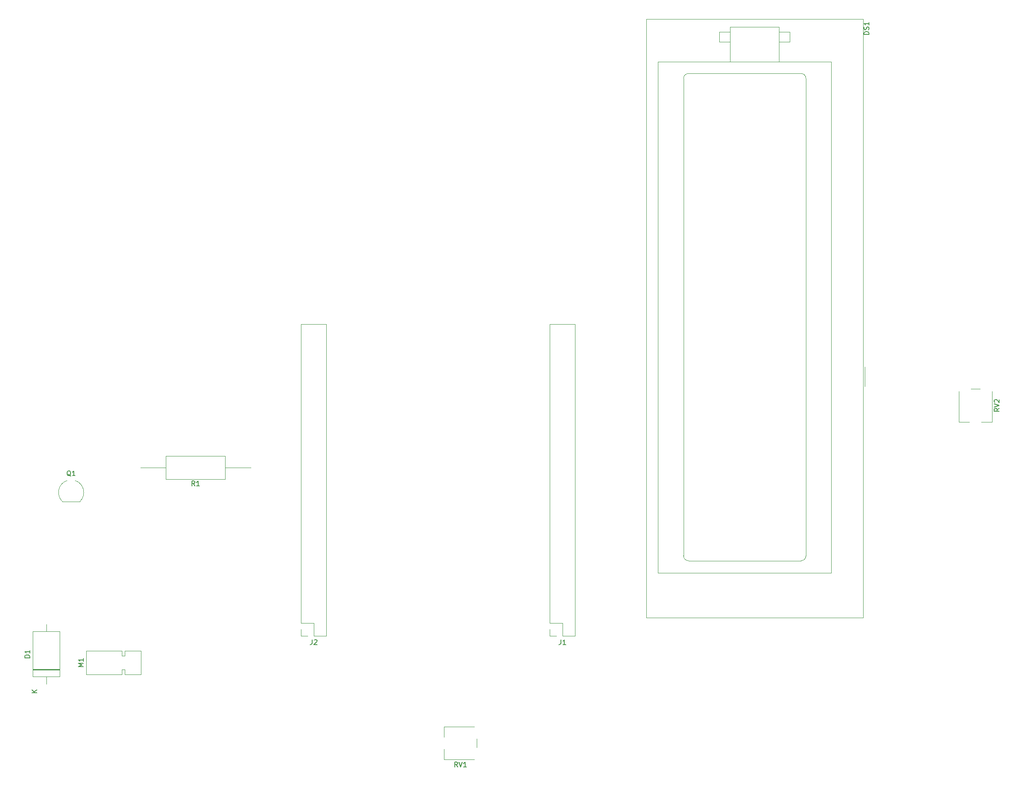
<source format=gbr>
%TF.GenerationSoftware,KiCad,Pcbnew,(7.0.0)*%
%TF.CreationDate,2023-06-01T08:47:22-06:00*%
%TF.ProjectId,ENCE 3231 final project,454e4345-2033-4323-9331-2066696e616c,rev?*%
%TF.SameCoordinates,Original*%
%TF.FileFunction,Legend,Top*%
%TF.FilePolarity,Positive*%
%FSLAX46Y46*%
G04 Gerber Fmt 4.6, Leading zero omitted, Abs format (unit mm)*
G04 Created by KiCad (PCBNEW (7.0.0)) date 2023-06-01 08:47:22*
%MOMM*%
%LPD*%
G01*
G04 APERTURE LIST*
%ADD10C,0.150000*%
%ADD11C,0.120000*%
G04 APERTURE END LIST*
D10*
%TO.C,DS1*%
X195924880Y-35974285D02*
X194924880Y-35974285D01*
X194924880Y-35974285D02*
X194924880Y-35736190D01*
X194924880Y-35736190D02*
X194972500Y-35593333D01*
X194972500Y-35593333D02*
X195067738Y-35498095D01*
X195067738Y-35498095D02*
X195162976Y-35450476D01*
X195162976Y-35450476D02*
X195353452Y-35402857D01*
X195353452Y-35402857D02*
X195496309Y-35402857D01*
X195496309Y-35402857D02*
X195686785Y-35450476D01*
X195686785Y-35450476D02*
X195782023Y-35498095D01*
X195782023Y-35498095D02*
X195877261Y-35593333D01*
X195877261Y-35593333D02*
X195924880Y-35736190D01*
X195924880Y-35736190D02*
X195924880Y-35974285D01*
X195877261Y-35021904D02*
X195924880Y-34879047D01*
X195924880Y-34879047D02*
X195924880Y-34640952D01*
X195924880Y-34640952D02*
X195877261Y-34545714D01*
X195877261Y-34545714D02*
X195829642Y-34498095D01*
X195829642Y-34498095D02*
X195734404Y-34450476D01*
X195734404Y-34450476D02*
X195639166Y-34450476D01*
X195639166Y-34450476D02*
X195543928Y-34498095D01*
X195543928Y-34498095D02*
X195496309Y-34545714D01*
X195496309Y-34545714D02*
X195448690Y-34640952D01*
X195448690Y-34640952D02*
X195401071Y-34831428D01*
X195401071Y-34831428D02*
X195353452Y-34926666D01*
X195353452Y-34926666D02*
X195305833Y-34974285D01*
X195305833Y-34974285D02*
X195210595Y-35021904D01*
X195210595Y-35021904D02*
X195115357Y-35021904D01*
X195115357Y-35021904D02*
X195020119Y-34974285D01*
X195020119Y-34974285D02*
X194972500Y-34926666D01*
X194972500Y-34926666D02*
X194924880Y-34831428D01*
X194924880Y-34831428D02*
X194924880Y-34593333D01*
X194924880Y-34593333D02*
X194972500Y-34450476D01*
X195924880Y-33498095D02*
X195924880Y-34069523D01*
X195924880Y-33783809D02*
X194924880Y-33783809D01*
X194924880Y-33783809D02*
X195067738Y-33879047D01*
X195067738Y-33879047D02*
X195162976Y-33974285D01*
X195162976Y-33974285D02*
X195210595Y-34069523D01*
%TO.C,RV2*%
X222552380Y-112355238D02*
X222076190Y-112688571D01*
X222552380Y-112926666D02*
X221552380Y-112926666D01*
X221552380Y-112926666D02*
X221552380Y-112545714D01*
X221552380Y-112545714D02*
X221600000Y-112450476D01*
X221600000Y-112450476D02*
X221647619Y-112402857D01*
X221647619Y-112402857D02*
X221742857Y-112355238D01*
X221742857Y-112355238D02*
X221885714Y-112355238D01*
X221885714Y-112355238D02*
X221980952Y-112402857D01*
X221980952Y-112402857D02*
X222028571Y-112450476D01*
X222028571Y-112450476D02*
X222076190Y-112545714D01*
X222076190Y-112545714D02*
X222076190Y-112926666D01*
X221552380Y-112069523D02*
X222552380Y-111736190D01*
X222552380Y-111736190D02*
X221552380Y-111402857D01*
X221647619Y-111117142D02*
X221600000Y-111069523D01*
X221600000Y-111069523D02*
X221552380Y-110974285D01*
X221552380Y-110974285D02*
X221552380Y-110736190D01*
X221552380Y-110736190D02*
X221600000Y-110640952D01*
X221600000Y-110640952D02*
X221647619Y-110593333D01*
X221647619Y-110593333D02*
X221742857Y-110545714D01*
X221742857Y-110545714D02*
X221838095Y-110545714D01*
X221838095Y-110545714D02*
X221980952Y-110593333D01*
X221980952Y-110593333D02*
X222552380Y-111164761D01*
X222552380Y-111164761D02*
X222552380Y-110545714D01*
%TO.C,M1*%
X35522380Y-165109523D02*
X34522380Y-165109523D01*
X34522380Y-165109523D02*
X35236666Y-164776190D01*
X35236666Y-164776190D02*
X34522380Y-164442857D01*
X34522380Y-164442857D02*
X35522380Y-164442857D01*
X35522380Y-163442857D02*
X35522380Y-164014285D01*
X35522380Y-163728571D02*
X34522380Y-163728571D01*
X34522380Y-163728571D02*
X34665238Y-163823809D01*
X34665238Y-163823809D02*
X34760476Y-163919047D01*
X34760476Y-163919047D02*
X34808095Y-164014285D01*
%TO.C,D1*%
X24537380Y-163298094D02*
X23537380Y-163298094D01*
X23537380Y-163298094D02*
X23537380Y-163059999D01*
X23537380Y-163059999D02*
X23585000Y-162917142D01*
X23585000Y-162917142D02*
X23680238Y-162821904D01*
X23680238Y-162821904D02*
X23775476Y-162774285D01*
X23775476Y-162774285D02*
X23965952Y-162726666D01*
X23965952Y-162726666D02*
X24108809Y-162726666D01*
X24108809Y-162726666D02*
X24299285Y-162774285D01*
X24299285Y-162774285D02*
X24394523Y-162821904D01*
X24394523Y-162821904D02*
X24489761Y-162917142D01*
X24489761Y-162917142D02*
X24537380Y-163059999D01*
X24537380Y-163059999D02*
X24537380Y-163298094D01*
X24537380Y-161774285D02*
X24537380Y-162345713D01*
X24537380Y-162059999D02*
X23537380Y-162059999D01*
X23537380Y-162059999D02*
X23680238Y-162155237D01*
X23680238Y-162155237D02*
X23775476Y-162250475D01*
X23775476Y-162250475D02*
X23823095Y-162345713D01*
X26007380Y-170441904D02*
X25007380Y-170441904D01*
X26007380Y-169870476D02*
X25435952Y-170299047D01*
X25007380Y-169870476D02*
X25578809Y-170441904D01*
%TO.C,J2*%
X82216666Y-159617380D02*
X82216666Y-160331666D01*
X82216666Y-160331666D02*
X82169047Y-160474523D01*
X82169047Y-160474523D02*
X82073809Y-160569761D01*
X82073809Y-160569761D02*
X81930952Y-160617380D01*
X81930952Y-160617380D02*
X81835714Y-160617380D01*
X82645238Y-159712619D02*
X82692857Y-159665000D01*
X82692857Y-159665000D02*
X82788095Y-159617380D01*
X82788095Y-159617380D02*
X83026190Y-159617380D01*
X83026190Y-159617380D02*
X83121428Y-159665000D01*
X83121428Y-159665000D02*
X83169047Y-159712619D01*
X83169047Y-159712619D02*
X83216666Y-159807857D01*
X83216666Y-159807857D02*
X83216666Y-159903095D01*
X83216666Y-159903095D02*
X83169047Y-160045952D01*
X83169047Y-160045952D02*
X82597619Y-160617380D01*
X82597619Y-160617380D02*
X83216666Y-160617380D01*
%TO.C,Q1*%
X32924761Y-126202619D02*
X32829523Y-126155000D01*
X32829523Y-126155000D02*
X32734285Y-126059761D01*
X32734285Y-126059761D02*
X32591428Y-125916904D01*
X32591428Y-125916904D02*
X32496190Y-125869285D01*
X32496190Y-125869285D02*
X32400952Y-125869285D01*
X32448571Y-126107380D02*
X32353333Y-126059761D01*
X32353333Y-126059761D02*
X32258095Y-125964523D01*
X32258095Y-125964523D02*
X32210476Y-125774047D01*
X32210476Y-125774047D02*
X32210476Y-125440714D01*
X32210476Y-125440714D02*
X32258095Y-125250238D01*
X32258095Y-125250238D02*
X32353333Y-125155000D01*
X32353333Y-125155000D02*
X32448571Y-125107380D01*
X32448571Y-125107380D02*
X32639047Y-125107380D01*
X32639047Y-125107380D02*
X32734285Y-125155000D01*
X32734285Y-125155000D02*
X32829523Y-125250238D01*
X32829523Y-125250238D02*
X32877142Y-125440714D01*
X32877142Y-125440714D02*
X32877142Y-125774047D01*
X32877142Y-125774047D02*
X32829523Y-125964523D01*
X32829523Y-125964523D02*
X32734285Y-126059761D01*
X32734285Y-126059761D02*
X32639047Y-126107380D01*
X32639047Y-126107380D02*
X32448571Y-126107380D01*
X33829523Y-126107380D02*
X33258095Y-126107380D01*
X33543809Y-126107380D02*
X33543809Y-125107380D01*
X33543809Y-125107380D02*
X33448571Y-125250238D01*
X33448571Y-125250238D02*
X33353333Y-125345476D01*
X33353333Y-125345476D02*
X33258095Y-125393095D01*
%TO.C,R1*%
X58253333Y-128197380D02*
X57920000Y-127721190D01*
X57681905Y-128197380D02*
X57681905Y-127197380D01*
X57681905Y-127197380D02*
X58062857Y-127197380D01*
X58062857Y-127197380D02*
X58158095Y-127245000D01*
X58158095Y-127245000D02*
X58205714Y-127292619D01*
X58205714Y-127292619D02*
X58253333Y-127387857D01*
X58253333Y-127387857D02*
X58253333Y-127530714D01*
X58253333Y-127530714D02*
X58205714Y-127625952D01*
X58205714Y-127625952D02*
X58158095Y-127673571D01*
X58158095Y-127673571D02*
X58062857Y-127721190D01*
X58062857Y-127721190D02*
X57681905Y-127721190D01*
X59205714Y-128197380D02*
X58634286Y-128197380D01*
X58920000Y-128197380D02*
X58920000Y-127197380D01*
X58920000Y-127197380D02*
X58824762Y-127340238D01*
X58824762Y-127340238D02*
X58729524Y-127435476D01*
X58729524Y-127435476D02*
X58634286Y-127483095D01*
%TO.C,J1*%
X133016666Y-159617380D02*
X133016666Y-160331666D01*
X133016666Y-160331666D02*
X132969047Y-160474523D01*
X132969047Y-160474523D02*
X132873809Y-160569761D01*
X132873809Y-160569761D02*
X132730952Y-160617380D01*
X132730952Y-160617380D02*
X132635714Y-160617380D01*
X134016666Y-160617380D02*
X133445238Y-160617380D01*
X133730952Y-160617380D02*
X133730952Y-159617380D01*
X133730952Y-159617380D02*
X133635714Y-159760238D01*
X133635714Y-159760238D02*
X133540476Y-159855476D01*
X133540476Y-159855476D02*
X133445238Y-159903095D01*
%TO.C,RV1*%
X111919761Y-185597380D02*
X111586428Y-185121190D01*
X111348333Y-185597380D02*
X111348333Y-184597380D01*
X111348333Y-184597380D02*
X111729285Y-184597380D01*
X111729285Y-184597380D02*
X111824523Y-184645000D01*
X111824523Y-184645000D02*
X111872142Y-184692619D01*
X111872142Y-184692619D02*
X111919761Y-184787857D01*
X111919761Y-184787857D02*
X111919761Y-184930714D01*
X111919761Y-184930714D02*
X111872142Y-185025952D01*
X111872142Y-185025952D02*
X111824523Y-185073571D01*
X111824523Y-185073571D02*
X111729285Y-185121190D01*
X111729285Y-185121190D02*
X111348333Y-185121190D01*
X112205476Y-184597380D02*
X112538809Y-185597380D01*
X112538809Y-185597380D02*
X112872142Y-184597380D01*
X113729285Y-185597380D02*
X113157857Y-185597380D01*
X113443571Y-185597380D02*
X113443571Y-184597380D01*
X113443571Y-184597380D02*
X113348333Y-184740238D01*
X113348333Y-184740238D02*
X113253095Y-184835476D01*
X113253095Y-184835476D02*
X113157857Y-184883095D01*
D11*
%TO.C,DS1*%
X194717500Y-32840000D02*
X150437500Y-32840000D01*
X194717500Y-32840000D02*
X194717500Y-155120000D01*
X177577500Y-34480000D02*
X177577500Y-41580000D01*
X167577500Y-34480000D02*
X177577500Y-34480000D01*
X179777500Y-35480000D02*
X177577500Y-35480000D01*
X165377500Y-35480000D02*
X167577500Y-35480000D01*
X179777500Y-37480000D02*
X179777500Y-35480000D01*
X177577500Y-37480000D02*
X179777500Y-37480000D01*
X167577500Y-37480000D02*
X165377500Y-37480000D01*
X165377500Y-37480000D02*
X165377500Y-35480000D01*
X188277500Y-41580000D02*
X188277500Y-145980000D01*
X167577500Y-41580000D02*
X167577500Y-34480000D01*
X152877500Y-41580000D02*
X188277500Y-41580000D01*
X159077500Y-43980000D02*
X182077500Y-43980000D01*
X183077500Y-44980000D02*
X183077500Y-142480000D01*
X195077500Y-103880000D02*
X195077500Y-107880000D01*
X158077500Y-142480000D02*
X158077500Y-44980000D01*
X182077500Y-143480000D02*
X159077500Y-143480000D01*
X188277500Y-145980000D02*
X152877500Y-145980000D01*
X152877500Y-145980000D02*
X152877500Y-41580000D01*
X194717500Y-155120000D02*
X150437500Y-155120000D01*
X150437500Y-155120000D02*
X150437500Y-32840000D01*
X183077500Y-44980000D02*
G75*
G03*
X182077500Y-43980000I-999999J1D01*
G01*
X159077500Y-43980000D02*
G75*
G03*
X158077500Y-44980000I-1J-999999D01*
G01*
X182077500Y-143480000D02*
G75*
G03*
X183077500Y-142480000I0J1000000D01*
G01*
X158077500Y-142480000D02*
G75*
G03*
X159077500Y-143480000I1000000J0D01*
G01*
%TO.C,RV2*%
X218594000Y-108390000D02*
X216775000Y-108390000D01*
X221056000Y-108926000D02*
X221056000Y-115130000D01*
X214315000Y-108926000D02*
X214315000Y-115130000D01*
X221056000Y-115130000D02*
X218925000Y-115130000D01*
X216445000Y-115130000D02*
X214315000Y-115130000D01*
%TO.C,M1*%
X36105000Y-166700000D02*
X36105000Y-165350000D01*
X36455000Y-166700000D02*
X36105000Y-166700000D01*
X43355000Y-166700000D02*
X36455000Y-166700000D01*
X43955000Y-166700000D02*
X43955000Y-165700000D01*
X47255000Y-166700000D02*
X43955000Y-166700000D01*
X43355000Y-165700000D02*
X43355000Y-166700000D01*
X43955000Y-165700000D02*
X43355000Y-165700000D01*
X36055000Y-165350000D02*
X36055000Y-163250000D01*
X36105000Y-165350000D02*
X36055000Y-165350000D01*
X36055000Y-163250000D02*
X36105000Y-163250000D01*
X36105000Y-163250000D02*
X36105000Y-161900000D01*
X43355000Y-162900000D02*
X43955000Y-162900000D01*
X43955000Y-162900000D02*
X43955000Y-161900000D01*
X36105000Y-161900000D02*
X36455000Y-161900000D01*
X36455000Y-161900000D02*
X43355000Y-161900000D01*
X43355000Y-161900000D02*
X43355000Y-162900000D01*
X43955000Y-161900000D02*
X47255000Y-161900000D01*
X47255000Y-161900000D02*
X47255000Y-166700000D01*
%TO.C,D1*%
X27940000Y-168640000D02*
X27940000Y-167180000D01*
X25170000Y-167180000D02*
X30710000Y-167180000D01*
X30710000Y-167180000D02*
X30710000Y-157940000D01*
X25170000Y-165830000D02*
X30710000Y-165830000D01*
X25170000Y-165710000D02*
X30710000Y-165710000D01*
X25170000Y-165590000D02*
X30710000Y-165590000D01*
X25170000Y-157940000D02*
X25170000Y-167180000D01*
X30710000Y-157940000D02*
X25170000Y-157940000D01*
X27940000Y-156480000D02*
X27940000Y-157940000D01*
%TO.C,J2*%
X85150000Y-158810000D02*
X85150000Y-95190000D01*
X85150000Y-158810000D02*
X82550000Y-158810000D01*
X85150000Y-95190000D02*
X79950000Y-95190000D01*
X82550000Y-158810000D02*
X82550000Y-156210000D01*
X82550000Y-156210000D02*
X79950000Y-156210000D01*
X81280000Y-158810000D02*
X79950000Y-158810000D01*
X79950000Y-158810000D02*
X79950000Y-157480000D01*
X79950000Y-156210000D02*
X79950000Y-95190000D01*
%TO.C,Q1*%
X31220000Y-131390000D02*
X34820000Y-131390000D01*
X32200000Y-127090001D02*
G75*
G03*
X31208548Y-131382155I820000J-2449999D01*
G01*
X34828445Y-131367684D02*
G75*
G03*
X33800000Y-127090000I-1808445J1827684D01*
G01*
%TO.C,R1*%
X69680000Y-124460000D02*
X64490000Y-124460000D01*
X64490000Y-126830000D02*
X64490000Y-122090000D01*
X64490000Y-122090000D02*
X52350000Y-122090000D01*
X52350000Y-126830000D02*
X64490000Y-126830000D01*
X52350000Y-122090000D02*
X52350000Y-126830000D01*
X47160000Y-124460000D02*
X52350000Y-124460000D01*
%TO.C,J1*%
X135950000Y-158810000D02*
X135950000Y-95190000D01*
X135950000Y-158810000D02*
X133350000Y-158810000D01*
X135950000Y-95190000D02*
X130750000Y-95190000D01*
X133350000Y-158810000D02*
X133350000Y-156210000D01*
X133350000Y-156210000D02*
X130750000Y-156210000D01*
X132080000Y-158810000D02*
X130750000Y-158810000D01*
X130750000Y-158810000D02*
X130750000Y-157480000D01*
X130750000Y-156210000D02*
X130750000Y-95190000D01*
%TO.C,RV1*%
X115885000Y-181639000D02*
X115885000Y-179820000D01*
X115349000Y-184101000D02*
X109145000Y-184101000D01*
X115349000Y-177360000D02*
X109145000Y-177360000D01*
X109145000Y-184101000D02*
X109145000Y-181970000D01*
X109145000Y-179490000D02*
X109145000Y-177360000D01*
%TD*%
M02*

</source>
